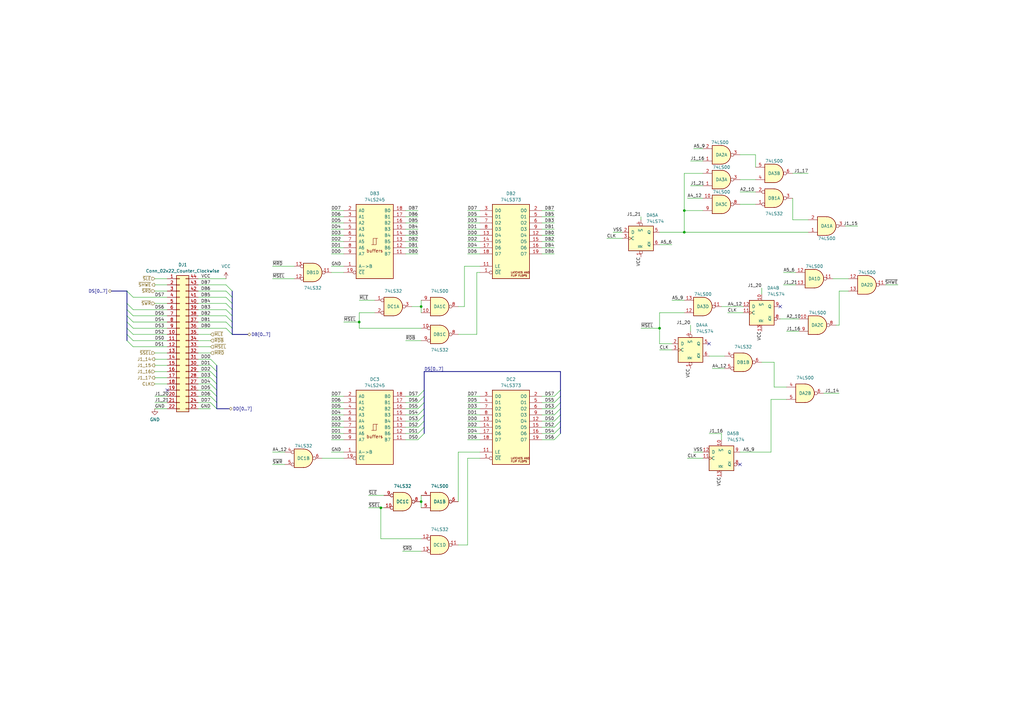
<source format=kicad_sch>
(kicad_sch (version 20231120) (generator "eeschema") (generator_version "8.0")
  (paper "A3")
  (title_block (title "Small daughter board") (date "2024-10-12") (company "JOTEGO") (comment 1 "Jose Tejada"))
  (lib_symbols
    (symbol "Connector_Generic:Conn_02x22_Counter_Clockwise" (pin_names (offset 1.016) hide)
      (property "Reference" "J" (at 1.27 27.94 0))
      (property "Value" "Conn_02x22_Counter_Clockwise" (at 1.27 -30.48 0))
      (symbol "Conn_02x22_Counter_Clockwise_1_1"
        (pin passive line (at -5.08 25.4 0) (length 3.81) (name "Pin_1") (number "1"))
        (pin passive line (at -5.08 2.54 0) (length 3.81) (name "Pin_10") (number "10"))
        (pin passive line (at -5.08 0 0) (length 3.81) (name "Pin_11") (number "11"))
        (pin passive line (at -5.08 -2.54 0) (length 3.81) (name "Pin_12") (number "12"))
        (pin passive line (at -5.08 -5.08 0) (length 3.81) (name "Pin_13") (number "13"))
        (pin passive line (at -5.08 -7.62 0) (length 3.81) (name "Pin_14") (number "14"))
        (pin passive line (at -5.08 -10.16 0) (length 3.81) (name "Pin_15") (number "15"))
        (pin passive line (at -5.08 -12.7 0) (length 3.81) (name "Pin_16") (number "16"))
        (pin passive line (at -5.08 -15.24 0) (length 3.81) (name "Pin_17") (number "17"))
        (pin passive line (at -5.08 -17.78 0) (length 3.81) (name "Pin_18") (number "18"))
        (pin passive line (at -5.08 -20.32 0) (length 3.81) (name "Pin_19") (number "19"))
        (pin passive line (at -5.08 22.86 0) (length 3.81) (name "Pin_2") (number "2"))
        (pin passive line (at -5.08 -22.86 0) (length 3.81) (name "Pin_20") (number "20"))
        (pin passive line (at -5.08 -25.4 0) (length 3.81) (name "Pin_21") (number "21"))
        (pin passive line (at -5.08 -27.94 0) (length 3.81) (name "Pin_22") (number "22"))
        (pin passive line (at 7.62 -27.94 180) (length 3.81) (name "Pin_23") (number "23"))
        (pin passive line (at 7.62 -25.4 180) (length 3.81) (name "Pin_24") (number "24"))
        (pin passive line (at 7.62 -22.86 180) (length 3.81) (name "Pin_25") (number "25"))
        (pin passive line (at 7.62 -20.32 180) (length 3.81) (name "Pin_26") (number "26"))
        (pin passive line (at 7.62 -17.78 180) (length 3.81) (name "Pin_27") (number "27"))
        (pin passive line (at 7.62 -15.24 180) (length 3.81) (name "Pin_28") (number "28"))
        (pin passive line (at 7.62 -12.7 180) (length 3.81) (name "Pin_29") (number "29"))
        (pin passive line (at -5.08 20.32 0) (length 3.81) (name "Pin_3") (number "3"))
        (pin passive line (at 7.62 -10.16 180) (length 3.81) (name "Pin_30") (number "30"))
        (pin passive line (at 7.62 -7.62 180) (length 3.81) (name "Pin_31") (number "31"))
        (pin passive line (at 7.62 -5.08 180) (length 3.81) (name "Pin_32") (number "32"))
        (pin passive line (at 7.62 -2.54 180) (length 3.81) (name "Pin_33") (number "33"))
        (pin passive line (at 7.62 0 180) (length 3.81) (name "Pin_34") (number "34"))
        (pin passive line (at 7.62 2.54 180) (length 3.81) (name "Pin_35") (number "35"))
        (pin passive line (at 7.62 5.08 180) (length 3.81) (name "Pin_36") (number "36"))
        (pin passive line (at 7.62 7.62 180) (length 3.81) (name "Pin_37") (number "37"))
        (pin passive line (at 7.62 10.16 180) (length 3.81) (name "Pin_38") (number "38"))
        (pin passive line (at 7.62 12.7 180) (length 3.81) (name "Pin_39") (number "39"))
        (pin passive line (at -5.08 17.78 0) (length 3.81) (name "Pin_4") (number "4"))
        (pin passive line (at 7.62 15.24 180) (length 3.81) (name "Pin_40") (number "40"))
        (pin passive line (at 7.62 17.78 180) (length 3.81) (name "Pin_41") (number "41"))
        (pin passive line (at 7.62 20.32 180) (length 3.81) (name "Pin_42") (number "42"))
        (pin passive line (at 7.62 22.86 180) (length 3.81) (name "Pin_43") (number "43"))
        (pin passive line (at 7.62 25.4 180) (length 3.81) (name "Pin_44") (number "44"))
        (pin passive line (at -5.08 15.24 0) (length 3.81) (name "Pin_5") (number "5"))
        (pin passive line (at -5.08 12.7 0) (length 3.81) (name "Pin_6") (number "6"))
        (pin passive line (at -5.08 10.16 0) (length 3.81) (name "Pin_7") (number "7"))
        (pin passive line (at -5.08 7.62 0) (length 3.81) (name "Pin_8") (number "8"))
        (pin passive line (at -5.08 5.08 0) (length 3.81) (name "Pin_9") (number "9"))
      )
    )
    (symbol "jt74:74LS00" (pin_names (offset 1.016))
      (property "Reference" "U" (at 0 1.27 0))
      (property "Value" "74LS00" (at 0 -1.27 0))
      (symbol "74LS00_1_1"
        (pin input line (at -7.62 2.54 0) (length 3.81) (name "~") (number "1"))
        (pin input line (at -7.62 -2.54 0) (length 3.81) (name "~") (number "2"))
        (pin output inverted (at 7.62 0 180) (length 3.81) (name "~") (number "3"))
      )
      (symbol "74LS00_1_2"
        (pin input inverted (at -7.62 2.54 0) (length 4.318) (name "~") (number "1"))
        (pin input inverted (at -7.62 -2.54 0) (length 4.318) (name "~") (number "2"))
        (pin output line (at 7.62 0 180) (length 3.81) (name "~") (number "3"))
      )
      (symbol "74LS00_2_1"
        (pin input line (at -7.62 2.54 0) (length 3.81) (name "~") (number "4"))
        (pin input line (at -7.62 -2.54 0) (length 3.81) (name "~") (number "5"))
        (pin output inverted (at 7.62 0 180) (length 3.81) (name "~") (number "6"))
      )
      (symbol "74LS00_2_2"
        (pin input inverted (at -7.62 2.54 0) (length 4.318) (name "~") (number "4"))
        (pin input inverted (at -7.62 -2.54 0) (length 4.318) (name "~") (number "5"))
        (pin output line (at 7.62 0 180) (length 3.81) (name "~") (number "6"))
      )
      (symbol "74LS00_3_1"
        (pin input line (at -7.62 -2.54 0) (length 3.81) (name "~") (number "10"))
        (pin output inverted (at 7.62 0 180) (length 3.81) (name "~") (number "8"))
        (pin input line (at -7.62 2.54 0) (length 3.81) (name "~") (number "9"))
      )
      (symbol "74LS00_3_2"
        (pin input inverted (at -7.62 -2.54 0) (length 4.318) (name "~") (number "10"))
        (pin output line (at 7.62 0 180) (length 3.81) (name "~") (number "8"))
        (pin input inverted (at -7.62 2.54 0) (length 4.318) (name "~") (number "9"))
      )
      (symbol "74LS00_4_1"
        (pin output inverted (at 7.62 0 180) (length 3.81) (name "~") (number "11"))
        (pin input line (at -7.62 2.54 0) (length 3.81) (name "~") (number "12"))
        (pin input line (at -7.62 -2.54 0) (length 3.81) (name "~") (number "13"))
      )
      (symbol "74LS00_4_2"
        (pin output line (at 7.62 0 180) (length 3.81) (name "~") (number "11"))
        (pin input inverted (at -7.62 2.54 0) (length 4.318) (name "~") (number "12"))
        (pin input inverted (at -7.62 -2.54 0) (length 4.318) (name "~") (number "13"))
      )
      (symbol "74LS00_5_0"
        (pin power_in line (at 0 7.62 270) (length 5.08) hide (name "VCC") (number "14"))
        (pin power_in line (at 0 -7.62 90) (length 5.08) hide (name "VSS") (number "7"))
      )
    )
    (symbol "jt74:74LS245" (pin_names (offset 1.016))
      (property "Reference" "U" (at -7.62 16.51 0))
      (property "Value" "74LS245" (at 2.54 -13.97 0))
      (symbol "74LS245_0_0"
        (text "buffers" (at 0 -3.81 0) (effects (font (size 1.27 1.27))))
      )
      (symbol "74LS245_1_0"
        (pin input line (at -12.7 -10.16 0) (length 5.08) (name "A->B") (number "1"))
        (pin tri_state line (at 12.7 -5.08 180) (length 5.08) (name "B7") (number "11"))
        (pin tri_state line (at 12.7 -2.54 180) (length 5.08) (name "B6") (number "12"))
        (pin tri_state line (at 12.7 0 180) (length 5.08) (name "B5") (number "13"))
        (pin tri_state line (at 12.7 2.54 180) (length 5.08) (name "B4") (number "14"))
        (pin tri_state line (at 12.7 5.08 180) (length 5.08) (name "B3") (number "15"))
        (pin tri_state line (at 12.7 7.62 180) (length 5.08) (name "B2") (number "16"))
        (pin tri_state line (at 12.7 10.16 180) (length 5.08) (name "B1") (number "17"))
        (pin tri_state line (at 12.7 12.7 180) (length 5.08) (name "B0") (number "18"))
        (pin input inverted (at -12.7 -12.7 0) (length 5.08) (name "~{CE}") (number "19"))
        (pin tri_state line (at -12.7 12.7 0) (length 5.08) (name "A0") (number "2"))
        (pin tri_state line (at -12.7 10.16 0) (length 5.08) (name "A1") (number "3"))
        (pin tri_state line (at -12.7 7.62 0) (length 5.08) (name "A2") (number "4"))
        (pin tri_state line (at -12.7 5.08 0) (length 5.08) (name "A3") (number "5"))
        (pin tri_state line (at -12.7 2.54 0) (length 5.08) (name "A4") (number "6"))
        (pin tri_state line (at -12.7 0 0) (length 5.08) (name "A5") (number "7"))
        (pin tri_state line (at -12.7 -2.54 0) (length 5.08) (name "A6") (number "8"))
        (pin tri_state line (at -12.7 -5.08 0) (length 5.08) (name "A7") (number "9"))
      )
    )
    (symbol "jt74:74LS32" (pin_names (offset 1.016))
      (property "Reference" "U" (at 0 1.27 0))
      (property "Value" "74LS32" (at 0 -1.27 0))
      (symbol "74LS32_1_1"
        (pin input line (at -7.62 2.54 0) (length 4.318) (name "~") (number "1"))
        (pin input line (at -7.62 -2.54 0) (length 4.318) (name "~") (number "2"))
        (pin output line (at 7.62 0 180) (length 3.81) (name "~") (number "3"))
      )
      (symbol "74LS32_1_2"
        (pin input inverted (at -7.62 2.54 0) (length 3.81) (name "~") (number "1"))
        (pin input inverted (at -7.62 -2.54 0) (length 3.81) (name "~") (number "2"))
        (pin output inverted (at 7.62 0 180) (length 3.81) (name "~") (number "3"))
      )
      (symbol "74LS32_2_1"
        (pin input line (at -7.62 2.54 0) (length 4.318) (name "~") (number "4"))
        (pin input line (at -7.62 -2.54 0) (length 4.318) (name "~") (number "5"))
        (pin output line (at 7.62 0 180) (length 3.81) (name "~") (number "6"))
      )
      (symbol "74LS32_2_2"
        (pin input inverted (at -7.62 2.54 0) (length 3.81) (name "~") (number "4"))
        (pin input inverted (at -7.62 -2.54 0) (length 3.81) (name "~") (number "5"))
        (pin output inverted (at 7.62 0 180) (length 3.81) (name "~") (number "6"))
      )
      (symbol "74LS32_3_1"
        (pin input line (at -7.62 -2.54 0) (length 4.318) (name "~") (number "10"))
        (pin output line (at 7.62 0 180) (length 3.81) (name "~") (number "8"))
        (pin input line (at -7.62 2.54 0) (length 4.318) (name "~") (number "9"))
      )
      (symbol "74LS32_3_2"
        (pin input inverted (at -7.62 -2.54 0) (length 3.81) (name "~") (number "10"))
        (pin output inverted (at 7.62 0 180) (length 3.81) (name "~") (number "8"))
        (pin input inverted (at -7.62 2.54 0) (length 3.81) (name "~") (number "9"))
      )
      (symbol "74LS32_4_1"
        (pin output line (at 7.62 0 180) (length 3.81) (name "~") (number "11"))
        (pin input line (at -7.62 2.54 0) (length 4.318) (name "~") (number "12"))
        (pin input line (at -7.62 -2.54 0) (length 4.318) (name "~") (number "13"))
      )
      (symbol "74LS32_4_2"
        (pin output inverted (at 7.62 0 180) (length 3.81) (name "~") (number "11"))
        (pin input inverted (at -7.62 2.54 0) (length 3.81) (name "~") (number "12"))
        (pin input inverted (at -7.62 -2.54 0) (length 3.81) (name "~") (number "13"))
      )
      (symbol "74LS32_5_0"
        (pin power_in line (at 0 7.62 270) (length 5.08) hide (name "VCC") (number "14"))
        (pin power_in line (at 0 -7.62 90) (length 5.08) hide (name "VSS") (number "7"))
      )
    )
    (symbol "jt74:74LS373" (pin_names (offset 1.016))
      (property "Reference" "U" (at -7.62 16.51 0))
      (property "Value" "74LS373" (at -7.62 -16.51 0))
      (symbol "74LS373_0_0"
        (text "FLIP FLOPS" (at 3.302 -13.97 0) (effects (font (size 0.762 0.762))))
        (text "LATCHES AND" (at 3.81 -12.7 0) (effects (font (size 0.762 0.762))))
      )
      (symbol "74LS373_1_0"
        (pin input inverted (at -12.7 -12.7 0) (length 5.08) (name "~{OE}") (number "1"))
        (pin power_in line (at 0 -15.24 90) (length 5.08) hide (name "VSS") (number "10"))
        (pin input line (at -12.7 -10.16 0) (length 5.08) (name "LE") (number "11"))
        (pin tri_state line (at 12.7 2.54 180) (length 5.08) (name "O4") (number "12"))
        (pin input line (at -12.7 2.54 0) (length 5.08) (name "D4") (number "13"))
        (pin input line (at -12.7 0 0) (length 5.08) (name "D5") (number "14"))
        (pin tri_state line (at 12.7 0 180) (length 5.08) (name "O5") (number "15"))
        (pin tri_state line (at 12.7 -2.54 180) (length 5.08) (name "O6") (number "16"))
        (pin input line (at -12.7 -2.54 0) (length 5.08) (name "D6") (number "17"))
        (pin input line (at -12.7 -5.08 0) (length 5.08) (name "D7") (number "18"))
        (pin tri_state line (at 12.7 -5.08 180) (length 5.08) (name "O7") (number "19"))
        (pin tri_state line (at 12.7 12.7 180) (length 5.08) (name "O0") (number "2"))
        (pin power_in line (at 0 15.24 270) (length 5.08) hide (name "VCC") (number "20"))
        (pin input line (at -12.7 12.7 0) (length 5.08) (name "D0") (number "3"))
        (pin input line (at -12.7 10.16 0) (length 5.08) (name "D1") (number "4"))
        (pin tri_state line (at 12.7 10.16 180) (length 5.08) (name "O1") (number "5"))
        (pin tri_state line (at 12.7 7.62 180) (length 5.08) (name "O2") (number "6"))
        (pin input line (at -12.7 7.62 0) (length 5.08) (name "D2") (number "7"))
        (pin input line (at -12.7 5.08 0) (length 5.08) (name "D3") (number "8"))
        (pin tri_state line (at 12.7 5.08 180) (length 5.08) (name "O3") (number "9"))
      )
    )
    (symbol "jt74:74LS74" (pin_names (offset 1.016))
      (property "Reference" "U" (at 3.81 5.08 0))
      (property "Value" "74LS74" (at 0 0 0))
      (symbol "74LS74_1_0"
        (pin input inverted (at 0 -7.62 90) (length 2.54) (name "~{R}") (number "1"))
        (pin input line (at -7.62 2.54 0) (length 2.54) (name "D") (number "2"))
        (pin input clock (at -7.62 0 0) (length 2.54) (name "C") (number "3"))
        (pin input inverted (at 0 7.62 270) (length 2.54) (name "~{S}") (number "4"))
        (pin output line (at 7.62 2.54 180) (length 2.54) (name "Q") (number "5"))
        (pin output line (at 7.62 -2.54 180) (length 2.54) (name "~{Q}") (number "6"))
      )
      (symbol "74LS74_2_0"
        (pin input clock (at -7.62 0 0) (length 2.54) (name "C") (number "11"))
        (pin input line (at -7.62 2.54 0) (length 2.54) (name "D") (number "12"))
        (pin input line (at 0 -7.62 90) (length 2.54) (name "~{R}") (number "13"))
        (pin output inverted (at 7.62 -2.54 180) (length 2.54) (name "~{Q}") (number "8"))
        (pin output line (at 7.62 2.54 180) (length 2.54) (name "Q") (number "9"))
      )
      (symbol "74LS74_2_1"
        (pin input line (at 0 7.62 270) (length 2.54) (name "~{S}") (number "10"))
      )
      (symbol "74LS74_3_0"
        (pin power_in line (at 0 7.62 270) (length 2.54) hide (name "VCC") (number "14"))
        (pin power_in line (at 0 -7.62 90) (length 2.54) hide (name "VSS") (number "7"))
      )
    )
    (symbol "power:GND" (power) (pin_numbers hide) (pin_names (offset 0) hide)
      (property "Value" "GND" (at 0 -3.81 0))
      (symbol "GND_1_1"
        (pin power_in line (at 0 0 270) (length 0) (name "~") (number "1"))
      )
    )
    (symbol "power:VCC" (power) (pin_numbers hide) (pin_names (offset 0) hide)
      (property "Value" "VCC" (at 0 3.556 0))
      (symbol "VCC_1_1"
        (pin power_in line (at 0 0 90) (length 0) (name "~") (number "1"))
      )
    )
  )
  (junction (at 147.32 132.08))
  (junction (at 156.21 208.28))
  (junction (at 280.67 86.36))
  (junction (at 172.72 125.73))
  (junction (at 270.51 134.62))
  (junction (at 172.72 205.74))
  (junction (at 280.67 95.25))
  (no_connect (at 303.53 190.5))
  (no_connect (at 320.04 125.73))
  (no_connect (at 68.58 160.02))
  (no_connect (at 290.83 140.97))
  (bus_entry (at 92.71 116.84) (size 2.54 2.54))
  (bus_entry (at 171.45 170.18) (size 2.54 -2.54))
  (bus_entry (at 92.71 129.54) (size 2.54 2.54))
  (bus_entry (at 227.33 180.34) (size 2.54 -2.54))
  (bus_entry (at 52.07 134.62) (size 2.54 2.54))
  (bus_entry (at 227.33 162.56) (size 2.54 -2.54))
  (bus_entry (at 171.45 175.26) (size 2.54 -2.54))
  (bus_entry (at 86.36 162.56) (size 2.54 2.54))
  (bus_entry (at 52.07 132.08) (size 2.54 2.54))
  (bus_entry (at 86.36 149.86) (size 2.54 2.54))
  (bus_entry (at 86.36 152.4) (size 2.54 2.54))
  (bus_entry (at 171.45 180.34) (size 2.54 -2.54))
  (bus_entry (at 227.33 175.26) (size 2.54 -2.54))
  (bus_entry (at 86.36 154.94) (size 2.54 2.54))
  (bus_entry (at 92.71 132.08) (size 2.54 2.54))
  (bus_entry (at 92.71 127) (size 2.54 2.54))
  (bus_entry (at 227.33 165.1) (size 2.54 -2.54))
  (bus_entry (at 171.45 177.8) (size 2.54 -2.54))
  (bus_entry (at 52.07 137.16) (size 2.54 2.54))
  (bus_entry (at 52.07 127) (size 2.54 2.54))
  (bus_entry (at 92.71 121.92) (size 2.54 2.54))
  (bus_entry (at 86.36 147.32) (size 2.54 2.54))
  (bus_entry (at 52.07 124.46) (size 2.54 2.54))
  (bus_entry (at 52.07 129.54) (size 2.54 2.54))
  (bus_entry (at 52.07 139.7) (size 2.54 2.54))
  (bus_entry (at 171.45 167.64) (size 2.54 -2.54))
  (bus_entry (at 171.45 172.72) (size 2.54 -2.54))
  (bus_entry (at 52.07 119.38) (size 2.54 2.54))
  (bus_entry (at 227.33 170.18) (size 2.54 -2.54))
  (bus_entry (at 86.36 165.1) (size 2.54 2.54))
  (bus_entry (at 227.33 167.64) (size 2.54 -2.54))
  (bus_entry (at 171.45 162.56) (size 2.54 -2.54))
  (bus_entry (at 171.45 165.1) (size 2.54 -2.54))
  (bus_entry (at 86.36 160.02) (size 2.54 2.54))
  (bus_entry (at 92.71 134.62) (size 2.54 2.54))
  (bus_entry (at 227.33 172.72) (size 2.54 -2.54))
  (bus_entry (at 92.71 119.38) (size 2.54 2.54))
  (bus_entry (at 86.36 157.48) (size 2.54 2.54))
  (bus_entry (at 227.33 177.8) (size 2.54 -2.54))
  (bus_entry (at 92.71 124.46) (size 2.54 2.54))
  (wire (pts (xy 325.12 81.28) (xy 325.12 90.17)))
  (wire (pts (xy 86.36 160.02) (xy 81.28 160.02)))
  (bus (pts (xy 45.72 119.38) (xy 52.07 119.38)))
  (wire (pts (xy 68.58 121.92) (xy 54.61 121.92)))
  (wire (pts (xy 54.61 139.7) (xy 68.58 139.7)))
  (wire (pts (xy 63.5 149.86) (xy 68.58 149.86)))
  (wire (pts (xy 191.77 101.6) (xy 196.85 101.6)))
  (wire (pts (xy 191.77 180.34) (xy 196.85 180.34)))
  (wire (pts (xy 81.28 127) (xy 92.71 127)))
  (wire (pts (xy 270.51 100.33) (xy 275.59 100.33)))
  (wire (pts (xy 222.25 167.64) (xy 227.33 167.64)))
  (wire (pts (xy 280.67 86.36) (xy 280.67 95.25)))
  (wire (pts (xy 191.77 99.06) (xy 196.85 99.06)))
  (bus (pts (xy 229.87 167.64) (xy 229.87 170.18)))
  (wire (pts (xy 222.25 180.34) (xy 227.33 180.34)))
  (wire (pts (xy 270.51 95.25) (xy 280.67 95.25)))
  (wire (pts (xy 227.33 91.44) (xy 222.25 91.44)))
  (wire (pts (xy 191.77 167.64) (xy 196.85 167.64)))
  (wire (pts (xy 191.77 172.72) (xy 196.85 172.72)))
  (wire (pts (xy 171.45 167.64) (xy 166.37 167.64)))
  (wire (pts (xy 166.37 139.7) (xy 172.72 139.7)))
  (wire (pts (xy 187.96 223.52) (xy 191.77 223.52)))
  (wire (pts (xy 270.51 140.97) (xy 275.59 140.97)))
  (wire (pts (xy 63.5 165.1) (xy 68.58 165.1)))
  (wire (pts (xy 135.89 162.56) (xy 140.97 162.56)))
  (bus (pts (xy 229.87 152.4) (xy 229.87 160.02)))
  (wire (pts (xy 63.5 147.32) (xy 68.58 147.32)))
  (wire (pts (xy 81.28 116.84) (xy 92.71 116.84)))
  (wire (pts (xy 68.58 127) (xy 54.61 127)))
  (bus (pts (xy 88.9 149.86) (xy 88.9 152.4)))
  (wire (pts (xy 321.31 111.76) (xy 326.39 111.76)))
  (wire (pts (xy 251.46 95.25) (xy 255.27 95.25)))
  (wire (pts (xy 270.51 134.62) (xy 270.51 140.97)))
  (wire (pts (xy 191.77 170.18) (xy 196.85 170.18)))
  (wire (pts (xy 147.32 123.19) (xy 153.67 123.19)))
  (wire (pts (xy 262.89 88.9) (xy 262.89 90.17)))
  (bus (pts (xy 95.25 134.62) (xy 95.25 137.16)))
  (wire (pts (xy 63.5 167.64) (xy 68.58 167.64)))
  (wire (pts (xy 227.33 170.18) (xy 222.25 170.18)))
  (wire (pts (xy 270.51 128.27) (xy 280.67 128.27)))
  (wire (pts (xy 172.72 205.74) (xy 172.72 208.28)))
  (wire (pts (xy 281.94 81.28) (xy 288.29 81.28)))
  (wire (pts (xy 303.53 185.42) (xy 316.23 185.42)))
  (wire (pts (xy 280.67 71.12) (xy 288.29 71.12)))
  (wire (pts (xy 171.45 96.52) (xy 166.37 96.52)))
  (wire (pts (xy 135.89 172.72) (xy 140.97 172.72)))
  (wire (pts (xy 316.23 163.83) (xy 316.23 185.42)))
  (wire (pts (xy 342.9 133.35) (xy 344.17 133.35)))
  (bus (pts (xy 95.25 127) (xy 95.25 129.54)))
  (wire (pts (xy 171.45 104.14) (xy 166.37 104.14)))
  (wire (pts (xy 171.45 170.18) (xy 166.37 170.18)))
  (bus (pts (xy 95.25 124.46) (xy 95.25 127)))
  (wire (pts (xy 135.89 86.36) (xy 140.97 86.36)))
  (wire (pts (xy 227.33 175.26) (xy 222.25 175.26)))
  (wire (pts (xy 195.58 137.16) (xy 195.58 111.76)))
  (wire (pts (xy 320.04 130.81) (xy 327.66 130.81)))
  (wire (pts (xy 68.58 142.24) (xy 54.61 142.24)))
  (wire (pts (xy 86.36 154.94) (xy 81.28 154.94)))
  (wire (pts (xy 63.5 119.38) (xy 68.58 119.38)))
  (bus (pts (xy 52.07 137.16) (xy 52.07 134.62)))
  (wire (pts (xy 191.77 93.98) (xy 196.85 93.98)))
  (wire (pts (xy 111.76 185.42) (xy 116.84 185.42)))
  (wire (pts (xy 135.89 96.52) (xy 140.97 96.52)))
  (bus (pts (xy 95.25 132.08) (xy 95.25 134.62)))
  (wire (pts (xy 191.77 96.52) (xy 196.85 96.52)))
  (wire (pts (xy 227.33 172.72) (xy 222.25 172.72)))
  (bus (pts (xy 95.25 121.92) (xy 95.25 124.46)))
  (wire (pts (xy 191.77 187.96) (xy 196.85 187.96)))
  (wire (pts (xy 191.77 104.14) (xy 196.85 104.14)))
  (wire (pts (xy 63.5 144.78) (xy 68.58 144.78)))
  (wire (pts (xy 171.45 91.44) (xy 166.37 91.44)))
  (bus (pts (xy 229.87 172.72) (xy 229.87 175.26)))
  (bus (pts (xy 52.07 132.08) (xy 52.07 129.54)))
  (wire (pts (xy 135.89 93.98) (xy 140.97 93.98)))
  (wire (pts (xy 312.42 118.11) (xy 312.42 120.65)))
  (wire (pts (xy 86.36 149.86) (xy 81.28 149.86)))
  (wire (pts (xy 280.67 95.25) (xy 331.47 95.25)))
  (wire (pts (xy 317.5 148.59) (xy 312.42 148.59)))
  (wire (pts (xy 303.53 83.82) (xy 309.88 83.82)))
  (wire (pts (xy 81.28 124.46) (xy 92.71 124.46)))
  (wire (pts (xy 151.13 208.28) (xy 156.21 208.28)))
  (wire (pts (xy 191.77 177.8) (xy 196.85 177.8)))
  (bus (pts (xy 88.9 167.64) (xy 93.98 167.64)))
  (wire (pts (xy 187.96 205.74) (xy 187.96 185.42)))
  (wire (pts (xy 81.28 144.78) (xy 86.36 144.78)))
  (wire (pts (xy 135.89 167.64) (xy 140.97 167.64)))
  (wire (pts (xy 363.22 116.84) (xy 368.3 116.84)))
  (bus (pts (xy 95.25 137.16) (xy 101.6 137.16)))
  (wire (pts (xy 321.31 116.84) (xy 326.39 116.84)))
  (wire (pts (xy 147.32 128.27) (xy 147.32 132.08)))
  (wire (pts (xy 172.72 203.2) (xy 172.72 205.74)))
  (bus (pts (xy 52.07 139.7) (xy 52.07 137.16)))
  (bus (pts (xy 173.99 172.72) (xy 173.99 175.26)))
  (wire (pts (xy 86.36 157.48) (xy 81.28 157.48)))
  (wire (pts (xy 262.89 134.62) (xy 270.51 134.62)))
  (wire (pts (xy 190.5 125.73) (xy 187.96 125.73)))
  (bus (pts (xy 173.99 162.56) (xy 173.99 165.1)))
  (wire (pts (xy 81.28 119.38) (xy 92.71 119.38)))
  (wire (pts (xy 275.59 123.19) (xy 280.67 123.19)))
  (wire (pts (xy 171.45 99.06) (xy 166.37 99.06)))
  (wire (pts (xy 135.89 91.44) (xy 140.97 91.44)))
  (bus (pts (xy 95.25 119.38) (xy 95.25 121.92)))
  (wire (pts (xy 337.82 161.29) (xy 344.17 161.29)))
  (bus (pts (xy 229.87 162.56) (xy 229.87 165.1)))
  (wire (pts (xy 317.5 158.75) (xy 317.5 148.59)))
  (wire (pts (xy 168.91 125.73) (xy 172.72 125.73)))
  (wire (pts (xy 135.89 88.9) (xy 140.97 88.9)))
  (bus (pts (xy 173.99 170.18) (xy 173.99 172.72)))
  (bus (pts (xy 173.99 165.1) (xy 173.99 167.64)))
  (wire (pts (xy 325.12 90.17) (xy 331.47 90.17)))
  (wire (pts (xy 68.58 129.54) (xy 54.61 129.54)))
  (wire (pts (xy 171.45 86.36) (xy 166.37 86.36)))
  (wire (pts (xy 68.58 132.08) (xy 54.61 132.08)))
  (wire (pts (xy 63.5 116.84) (xy 68.58 116.84)))
  (wire (pts (xy 86.36 162.56) (xy 81.28 162.56)))
  (wire (pts (xy 222.25 165.1) (xy 227.33 165.1)))
  (wire (pts (xy 172.72 125.73) (xy 172.72 128.27)))
  (wire (pts (xy 191.77 91.44) (xy 196.85 91.44)))
  (bus (pts (xy 229.87 170.18) (xy 229.87 172.72)))
  (wire (pts (xy 135.89 111.76) (xy 140.97 111.76)))
  (wire (pts (xy 284.48 60.96) (xy 288.29 60.96)))
  (wire (pts (xy 147.32 128.27) (xy 153.67 128.27)))
  (wire (pts (xy 135.89 175.26) (xy 140.97 175.26)))
  (wire (pts (xy 270.51 128.27) (xy 270.51 134.62)))
  (wire (pts (xy 63.5 157.48) (xy 68.58 157.48)))
  (wire (pts (xy 227.33 93.98) (xy 222.25 93.98)))
  (bus (pts (xy 52.07 134.62) (xy 52.07 132.08)))
  (wire (pts (xy 171.45 162.56) (xy 166.37 162.56)))
  (wire (pts (xy 227.33 96.52) (xy 222.25 96.52)))
  (wire (pts (xy 325.12 71.12) (xy 331.47 71.12)))
  (wire (pts (xy 140.97 132.08) (xy 147.32 132.08)))
  (wire (pts (xy 171.45 172.72) (xy 166.37 172.72)))
  (wire (pts (xy 283.21 66.04) (xy 288.29 66.04)))
  (wire (pts (xy 283.21 133.35) (xy 283.21 135.89)))
  (wire (pts (xy 196.85 109.22) (xy 190.5 109.22)))
  (wire (pts (xy 63.5 124.46) (xy 68.58 124.46)))
  (wire (pts (xy 351.79 92.71) (xy 346.71 92.71)))
  (wire (pts (xy 309.88 63.5) (xy 303.53 63.5)))
  (wire (pts (xy 135.89 185.42) (xy 140.97 185.42)))
  (wire (pts (xy 283.21 76.2) (xy 288.29 76.2)))
  (wire (pts (xy 81.28 129.54) (xy 92.71 129.54)))
  (wire (pts (xy 147.32 134.62) (xy 172.72 134.62)))
  (wire (pts (xy 81.28 132.08) (xy 92.71 132.08)))
  (wire (pts (xy 288.29 86.36) (xy 280.67 86.36)))
  (wire (pts (xy 81.28 142.24) (xy 86.36 142.24)))
  (bus (pts (xy 88.9 165.1) (xy 88.9 167.64)))
  (wire (pts (xy 227.33 99.06) (xy 222.25 99.06)))
  (wire (pts (xy 81.28 137.16) (xy 86.36 137.16)))
  (wire (pts (xy 132.08 187.96) (xy 140.97 187.96)))
  (wire (pts (xy 63.5 154.94) (xy 68.58 154.94)))
  (wire (pts (xy 341.63 114.3) (xy 347.98 114.3)))
  (wire (pts (xy 227.33 86.36) (xy 222.25 86.36)))
  (wire (pts (xy 111.76 109.22) (xy 120.65 109.22)))
  (wire (pts (xy 156.21 208.28) (xy 156.21 220.98)))
  (wire (pts (xy 191.77 175.26) (xy 196.85 175.26)))
  (wire (pts (xy 281.94 187.96) (xy 288.29 187.96)))
  (bus (pts (xy 229.87 175.26) (xy 229.87 177.8)))
  (wire (pts (xy 322.58 135.89) (xy 327.66 135.89)))
  (wire (pts (xy 81.28 139.7) (xy 86.36 139.7)))
  (wire (pts (xy 227.33 101.6) (xy 222.25 101.6)))
  (wire (pts (xy 227.33 88.9) (xy 222.25 88.9)))
  (wire (pts (xy 187.96 185.42) (xy 196.85 185.42)))
  (wire (pts (xy 165.1 226.06) (xy 172.72 226.06)))
  (wire (pts (xy 151.13 203.2) (xy 157.48 203.2)))
  (wire (pts (xy 297.18 151.13) (xy 292.1 151.13)))
  (wire (pts (xy 135.89 104.14) (xy 140.97 104.14)))
  (wire (pts (xy 195.58 111.76) (xy 196.85 111.76)))
  (wire (pts (xy 227.33 162.56) (xy 222.25 162.56)))
  (wire (pts (xy 303.53 78.74) (xy 309.88 78.74)))
  (bus (pts (xy 88.9 162.56) (xy 88.9 165.1)))
  (wire (pts (xy 63.5 162.56) (xy 68.58 162.56)))
  (wire (pts (xy 86.36 152.4) (xy 81.28 152.4)))
  (wire (pts (xy 81.28 134.62) (xy 92.71 134.62)))
  (bus (pts (xy 173.99 160.02) (xy 173.99 162.56)))
  (wire (pts (xy 344.17 133.35) (xy 344.17 119.38)))
  (bus (pts (xy 173.99 175.26) (xy 173.99 177.8)))
  (wire (pts (xy 248.92 97.79) (xy 255.27 97.79)))
  (wire (pts (xy 295.91 125.73) (xy 304.8 125.73)))
  (bus (pts (xy 52.07 124.46) (xy 52.07 119.38)))
  (wire (pts (xy 172.72 123.19) (xy 172.72 125.73)))
  (wire (pts (xy 135.89 109.22) (xy 140.97 109.22)))
  (wire (pts (xy 156.21 220.98) (xy 172.72 220.98)))
  (wire (pts (xy 191.77 165.1) (xy 196.85 165.1)))
  (wire (pts (xy 191.77 162.56) (xy 196.85 162.56)))
  (wire (pts (xy 54.61 134.62) (xy 68.58 134.62)))
  (bus (pts (xy 173.99 152.4) (xy 229.87 152.4)))
  (wire (pts (xy 191.77 187.96) (xy 191.77 223.52)))
  (wire (pts (xy 171.45 88.9) (xy 166.37 88.9)))
  (bus (pts (xy 88.9 160.02) (xy 88.9 162.56)))
  (wire (pts (xy 135.89 99.06) (xy 140.97 99.06)))
  (wire (pts (xy 68.58 137.16) (xy 54.61 137.16)))
  (wire (pts (xy 284.48 185.42) (xy 288.29 185.42)))
  (wire (pts (xy 290.83 177.8) (xy 295.91 177.8)))
  (wire (pts (xy 309.88 68.58) (xy 309.88 63.5)))
  (bus (pts (xy 52.07 127) (xy 52.07 124.46)))
  (wire (pts (xy 298.45 128.27) (xy 304.8 128.27)))
  (wire (pts (xy 81.28 121.92) (xy 92.71 121.92)))
  (wire (pts (xy 171.45 165.1) (xy 166.37 165.1)))
  (wire (pts (xy 171.45 180.34) (xy 166.37 180.34)))
  (wire (pts (xy 147.32 132.08) (xy 147.32 134.62)))
  (wire (pts (xy 171.45 175.26) (xy 166.37 175.26)))
  (bus (pts (xy 173.99 160.02) (xy 173.99 152.4)))
  (wire (pts (xy 344.17 119.38) (xy 347.98 119.38)))
  (wire (pts (xy 280.67 71.12) (xy 280.67 86.36)))
  (wire (pts (xy 191.77 88.9) (xy 196.85 88.9)))
  (bus (pts (xy 229.87 165.1) (xy 229.87 167.64)))
  (wire (pts (xy 191.77 86.36) (xy 196.85 86.36)))
  (wire (pts (xy 111.76 190.5) (xy 116.84 190.5)))
  (wire (pts (xy 135.89 180.34) (xy 140.97 180.34)))
  (wire (pts (xy 171.45 93.98) (xy 166.37 93.98)))
  (bus (pts (xy 88.9 154.94) (xy 88.9 157.48)))
  (wire (pts (xy 187.96 137.16) (xy 195.58 137.16)))
  (wire (pts (xy 135.89 170.18) (xy 140.97 170.18)))
  (bus (pts (xy 52.07 129.54) (xy 52.07 127)))
  (wire (pts (xy 135.89 177.8) (xy 140.97 177.8)))
  (bus (pts (xy 88.9 152.4) (xy 88.9 154.94)))
  (bus (pts (xy 229.87 160.02) (xy 229.87 162.56)))
  (wire (pts (xy 86.36 167.64) (xy 81.28 167.64)))
  (bus (pts (xy 173.99 167.64) (xy 173.99 170.18)))
  (wire (pts (xy 156.21 208.28) (xy 157.48 208.28)))
  (wire (pts (xy 86.36 165.1) (xy 81.28 165.1)))
  (wire (pts (xy 86.36 147.32) (xy 81.28 147.32)))
  (bus (pts (xy 88.9 157.48) (xy 88.9 160.02)))
  (wire (pts (xy 270.51 143.51) (xy 275.59 143.51)))
  (wire (pts (xy 81.28 114.3) (xy 92.71 114.3)))
  (wire (pts (xy 135.89 165.1) (xy 140.97 165.1)))
  (wire (pts (xy 295.91 180.34) (xy 295.91 177.8)))
  (wire (pts (xy 303.53 73.66) (xy 309.88 73.66)))
  (wire (pts (xy 135.89 101.6) (xy 140.97 101.6)))
  (wire (pts (xy 316.23 163.83) (xy 322.58 163.83)))
  (wire (pts (xy 190.5 109.22) (xy 190.5 125.73)))
  (wire (pts (xy 317.5 158.75) (xy 322.58 158.75)))
  (wire (pts (xy 227.33 104.14) (xy 222.25 104.14)))
  (wire (pts (xy 171.45 101.6) (xy 166.37 101.6)))
  (wire (pts (xy 227.33 177.8) (xy 222.25 177.8)))
  (wire (pts (xy 63.5 114.3) (xy 68.58 114.3)))
  (bus (pts (xy 95.25 129.54) (xy 95.25 132.08)))
  (wire (pts (xy 63.5 152.4) (xy 68.58 152.4)))
  (wire (pts (xy 290.83 146.05) (xy 297.18 146.05)))
  (wire (pts (xy 111.76 114.3) (xy 120.65 114.3)))
  (wire (pts (xy 171.45 177.8) (xy 166.37 177.8)))
  (label "J1_21" (at 63.5 165.1 0))
  (label "DD3" (at 135.89 96.52 0))
  (label "DB3" (at 86.36 127 180))
  (label "DD2" (at 191.77 175.26 0))
  (label "CLK" (at 281.94 187.96 0))
  (label "DS7" (at 63.5 121.92 0))
  (label "DB5" (at 86.36 121.92 180))
  (label "A5_6" (at 275.59 100.33 180))
  (label "DS6" (at 63.5 127 0))
  (label "A5_9" (at 304.8 185.42 0))
  (label "DB0" (at 171.45 104.14 180))
  (label "~{RDB}" (at 166.37 139.7 0))
  (label "VSS" (at 251.46 95.25 0))
  (label "DB4" (at 86.36 124.46 180))
  (label "~{MRD}" (at 111.76 109.22 0))
  (label "DD1" (at 135.89 177.8 0))
  (label "DD6" (at 86.36 162.56 180))
  (label "~{MSEL}" (at 262.89 134.62 0))
  (label "DD6" (at 191.77 180.34 0))
  (label "DS0" (at 227.33 172.72 180))
  (label "DD7" (at 135.89 86.36 0))
  (label "DB6" (at 227.33 104.14 180))
  (label "GND" (at 135.89 185.42 0))
  (label "DB6" (at 86.36 119.38 180))
  (label "DB6" (at 171.45 88.9 180))
  (label "DD3" (at 191.77 167.64 0))
  (label "DS4" (at 63.5 132.08 0))
  (label "DD7" (at 191.77 162.56 0))
  (label "DD1" (at 191.77 93.98 0))
  (label "DD7" (at 191.77 86.36 0))
  (label "DS5" (at 171.45 167.64 180))
  (label "DD4" (at 135.89 170.18 0))
  (label "DD6" (at 191.77 104.14 0))
  (label "~{SHWE}" (at 368.3 116.84 180))
  (label "DS2" (at 63.5 137.16 0))
  (label "~{SSEL}" (at 151.13 208.28 0))
  (label "DD4" (at 86.36 157.48 180))
  (label "J1_20" (at 312.42 118.11 180))
  (label "J1_17" (at 331.47 71.12 180))
  (label "DS2" (at 171.45 175.26 180))
  (label "~{SLE}" (at 151.13 203.2 0))
  (label "A5_9" (at 275.59 123.19 0))
  (label "DS3" (at 63.5 134.62 0))
  (label "DS[0..7]" (at 173.99 152.4 0))
  (label "DB1" (at 227.33 93.98 180))
  (label "J1_20" (at 283.21 133.35 180))
  (label "J1_20" (at 63.5 162.56 0))
  (label "DS7" (at 171.45 162.56 180))
  (label "DD2" (at 135.89 99.06 0))
  (label "J1_16" (at 290.83 177.8 0))
  (label "~{MSEL}" (at 140.97 132.08 0))
  (label "J1_14" (at 344.17 161.29 180))
  (label "DB0" (at 227.33 96.52 180))
  (label "VCC" (at 86.36 114.3 180))
  (label "DS6" (at 227.33 180.34 180))
  (label "DD1" (at 135.89 101.6 0))
  (label "A5_6" (at 321.31 111.76 0))
  (label "DS5" (at 227.33 165.1 180))
  (label "DB7" (at 227.33 86.36 180))
  (label "CLK" (at 248.92 97.79 0))
  (label "DD3" (at 191.77 91.44 0))
  (label "A4_12" (at 292.1 151.13 0))
  (label "DD3" (at 135.89 172.72 0))
  (label "DD5" (at 135.89 167.64 0))
  (label "DD0" (at 191.77 172.72 0))
  (label "DD0" (at 135.89 104.14 0))
  (label "DS0" (at 171.45 180.34 180))
  (label "DD6" (at 135.89 88.9 0))
  (label "DB4" (at 227.33 101.6 180))
  (label "VCC" (at 312.42 135.89 270))
  (label "GND" (at 86.36 167.64 180))
  (label "DD4" (at 191.77 101.6 0))
  (label "CLK" (at 270.51 143.51 0))
  (label "DB2" (at 86.36 129.54 180))
  (label "DB4" (at 171.45 93.98 180))
  (label "DD5" (at 86.36 160.02 180))
  (label "VSS" (at 284.48 185.42 0))
  (label "GND" (at 63.5 167.64 0))
  (label "DD1" (at 86.36 149.86 180))
  (label "DS1" (at 171.45 177.8 180))
  (label "J1_16" (at 322.58 135.89 0))
  (label "DB3" (at 171.45 96.52 180))
  (label "DB2" (at 171.45 99.06 180))
  (label "~{SWR}" (at 111.76 190.5 0))
  (label "DB1" (at 86.36 132.08 180))
  (label "J1_21" (at 262.89 88.9 180))
  (label "A4_12" (at 298.45 125.73 0))
  (label "~{SRD}" (at 165.1 226.06 0))
  (label "DD4" (at 191.77 177.8 0))
  (label "DB3" (at 227.33 91.44 180))
  (label "DS2" (at 227.33 175.26 180))
  (label "DD2" (at 135.89 175.26 0))
  (label "DS3" (at 227.33 167.64 180))
  (label "~{MLE}" (at 147.32 123.19 0))
  (label "DD0" (at 86.36 147.32 180))
  (label "DS0" (at 63.5 139.7 0))
  (label "DD1" (at 191.77 170.18 0))
  (label "DB2" (at 227.33 99.06 180))
  (label "DB5" (at 171.45 91.44 180))
  (label "A2_10" (at 303.53 78.74 0))
  (label "DD5" (at 135.89 91.44 0))
  (label "A5_9" (at 284.48 60.96 0))
  (label "DB5" (at 227.33 88.9 180))
  (label "DD5" (at 191.77 165.1 0))
  (label "A4_12" (at 281.94 81.28 0))
  (label "J1_16" (at 283.21 66.04 0))
  (label "J1_21" (at 283.21 76.2 0))
  (label "DD0" (at 135.89 180.34 0))
  (label "DS6" (at 171.45 165.1 180))
  (label "DD6" (at 135.89 165.1 0))
  (label "DS1" (at 227.33 170.18 180))
  (label "A4_12" (at 111.76 185.42 0))
  (label "DS4" (at 227.33 177.8 180))
  (label "J1_15" (at 351.79 92.71 180))
  (label "DS5" (at 63.5 129.54 0))
  (label "DD7" (at 135.89 162.56 0))
  (label "DB7" (at 86.36 116.84 180))
  (label "CLK" (at 298.45 128.27 0))
  (label "A2_10" (at 322.58 130.81 0))
  (label "DB1" (at 171.45 101.6 180))
  (label "DD2" (at 191.77 99.06 0))
  (label "DS7" (at 227.33 162.56 180))
  (label "DD3" (at 86.36 154.94 180))
  (label "DD2" (at 86.36 152.4 180))
  (label "DS1" (at 63.5 142.24 0))
  (label "DD0" (at 191.77 96.52 0))
  (label "VCC" (at 283.21 151.13 270))
  (label "DS4" (at 171.45 170.18 180))
  (label "DB0" (at 86.36 134.62 180))
  (label "DD4" (at 135.89 93.98 0))
  (label "VCC" (at 295.91 195.58 270))
  (label "GND" (at 135.89 109.22 0))
  (label "~{MSEL}" (at 111.76 114.3 0))
  (label "J1_21" (at 321.31 116.84 0))
  (label "DB7" (at 171.45 86.36 180))
  (label "DD7" (at 86.36 165.1 180))
  (label "VCC" (at 262.89 105.41 270))
  (label "DS3" (at 171.45 172.72 180))
  (label "DD5" (at 191.77 88.9 0))
  (hierarchical_label "DB[0..7]" (shape bidirectional) (at 101.6 137.16 0))
  (hierarchical_label "~{SLE}" (shape input) (at 63.5 114.3 180))
  (hierarchical_label "J1_14" (shape output) (at 63.5 147.32 180))
  (hierarchical_label "CLK" (shape input) (at 63.5 157.48 180))
  (hierarchical_label "~{RDB}" (shape input) (at 86.36 139.7 0))
  (hierarchical_label "DD[0..7]" (shape bidirectional) (at 93.98 167.64 0))
  (hierarchical_label "~{MRD}" (shape input) (at 86.36 144.78 0))
  (hierarchical_label "~{MLE}" (shape input) (at 86.36 137.16 0))
  (hierarchical_label "~{MSEL}" (shape input) (at 86.36 142.24 0))
  (hierarchical_label "J1_16" (shape input) (at 63.5 152.4 180))
  (hierarchical_label "~{SHWE}" (shape output) (at 63.5 116.84 180))
  (hierarchical_label "J1_17" (shape output) (at 63.5 154.94 180))
  (hierarchical_label "~{SSEL}" (shape input) (at 63.5 144.78 180))
  (hierarchical_label "J1_15" (shape output) (at 63.5 149.86 180))
  (hierarchical_label "~{SWR}" (shape input) (at 63.5 124.46 180))
  (hierarchical_label "~{SRD}" (shape input) (at 63.5 119.38 180))
  (hierarchical_label "DS[0..7]" (shape bidirectional) (at 45.72 119.38 180))
  (symbol (lib_id "jt74:74LS373") (at 209.55 175.26 0) (unit 1)
    (property "Reference" "DC2" (at 209.55 155.575 0))
    (property "Value" "74LS373" (at 209.55 158.115 0))
    (property "Datasheet" "http://www.ti.com/lit/gpn/sn74LS373" (effects (hide yes)))
    (property "Description" "8-bit Latch, 3-state outputs" (effects (hide yes)))
  )
  (symbol (lib_id "jt74:74LS00") (at 317.5 71.12 0) (mirror x) (unit 2)
    (property "Reference" "DA3" (at 317.5 71.12 0))
    (property "Value" "74LS00" (at 317.5 66.04 0))
    (property "Datasheet" "http://www.ti.com/lit/gpn/sn74ls00" (effects (hide yes)))
    (property "Description" "quad 2-input NAND gate" (effects (hide yes)))
  )
  (symbol (lib_id "jt74:74LS00") (at 180.34 205.74 0) (unit 2)
    (property "Reference" "DA1" (at 180.34 205.74 0))
    (property "Value" "74LS00" (at 180.3317 199.39 0))
    (property "Datasheet" "http://www.ti.com/lit/gpn/sn74ls00" (effects (hide yes)))
    (property "Description" "quad 2-input NAND gate" (effects (hide yes)))
  )
  (symbol (lib_id "jt74:74LS32") (at 165.1 205.74 0) (unit 3) (convert 2)
    (property "Reference" "DC1" (at 165.1 205.74 0))
    (property "Value" "74LS32" (at 165.0917 199.39 0))
    (property "Datasheet" "http://www.ti.com/lit/gpn/sn74LS32" (effects (hide yes)))
    (property "Description" "Quad 2-input OR" (effects (hide yes)))
  )
  (symbol (lib_id "jt74:74LS245") (at 153.67 175.26 0) (unit 1)
    (property "Reference" "DC3" (at 153.67 155.575 0))
    (property "Value" "74LS245" (at 153.67 158.115 0))
    (property "Datasheet" "http://www.ti.com/lit/gpn/sn74LS245" (effects (hide yes)))
    (property "Description" "Octal BUS Transceivers, 3-State outputs" (effects (hide yes)))
  )
  (symbol (lib_id "jt74:74LS32") (at 124.46 187.96 0) (unit 2) (convert 2)
    (property "Reference" "DC1" (at 124.46 187.96 0))
    (property "Value" "74LS32" (at 124.46 182.88 0))
    (property "Datasheet" "http://www.ti.com/lit/gpn/sn74LS32" (effects (hide yes)))
    (property "Description" "Quad 2-input OR" (effects (hide yes)))
  )
  (symbol (lib_id "jt74:74LS74") (at 283.21 143.51 0) (unit 1)
    (property "Reference" "DA4" (at 285.4041 133.35 0) (effects (justify left)))
    (property "Value" "74LS74" (at 285.4041 135.89 0) (effects (justify left)))
    (property "Datasheet" "74xx/74hc_hct74.pdf" (effects (hide yes)))
    (property "Description" "Dual D Flip-flop, Set & Reset" (effects (hide yes)))
  )
  (symbol (lib_id "power:GND") (at 63.5 167.64 0) (unit 1)
    (property "Reference" "#PWR03" (effects (hide yes)))
    (property "Value" "GND" (at 63.5 172.085 0))
    (property "Description" "Power symbol creates a global label with name \"GND\" , ground" (effects (hide yes)))
  )
  (symbol (lib_id "jt74:74LS74") (at 295.91 187.96 0) (unit 2)
    (property "Reference" "DA5" (at 298.1041 177.8 0) (effects (justify left)))
    (property "Value" "74LS74" (at 298.1041 180.34 0) (effects (justify left)))
    (property "Datasheet" "74xx/74hc_hct74.pdf" (effects (hide yes)))
    (property "Description" "Dual D Flip-flop, Set & Reset" (effects (hide yes)))
  )
  (symbol (lib_id "jt74:74LS74") (at 262.89 97.79 0) (unit 1)
    (property "Reference" "DA5" (at 265.0841 88.265 0) (effects (justify left)))
    (property "Value" "74LS74" (at 265.0841 90.805 0) (effects (justify left)))
    (property "Datasheet" "74xx/74hc_hct74.pdf" (effects (hide yes)))
    (property "Description" "Dual D Flip-flop, Set & Reset" (effects (hide yes)))
  )
  (symbol (lib_id "Connector_Generic:Conn_02x22_Counter_Clockwise") (at 73.66 139.7 0) (unit 1)
    (property "Reference" "DJ1" (at 74.93 108.585 0))
    (property "Value" "Conn_02x22_Counter_Clockwise" (at 74.93 111.125 0))
    (property "Description" "Generic connector, double row, 02x22, counter clockwise pin numbering scheme (similar to DIP package numbering), script generated (kicad-library-utils/schlib/autogen/connector/)" (effects (hide yes)))
  )
  (symbol (lib_id "jt74:74LS00") (at 180.34 125.73 0) (unit 3)
    (property "Reference" "DA1" (at 180.34 125.73 0))
    (property "Value" "74LS00" (at 180.3317 119.38 0))
    (property "Datasheet" "http://www.ti.com/lit/gpn/sn74ls00" (effects (hide yes)))
    (property "Description" "quad 2-input NAND gate" (effects (hide yes)))
  )
  (symbol (lib_id "jt74:74LS32") (at 304.8 148.59 0) (unit 2) (convert 2)
    (property "Reference" "DB1" (at 304.8 148.59 0))
    (property "Value" "74LS32" (at 304.7917 142.24 0))
    (property "Datasheet" "http://www.ti.com/lit/gpn/sn74LS32" (effects (hide yes)))
    (property "Description" "Quad 2-input OR" (effects (hide yes)))
  )
  (symbol (lib_id "jt74:74LS32") (at 180.34 223.52 0) (unit 4) (convert 2)
    (property "Reference" "DC1" (at 180.34 223.52 0))
    (property "Value" "74LS32" (at 180.3317 217.17 0))
    (property "Datasheet" "http://www.ti.com/lit/gpn/sn74LS32" (effects (hide yes)))
    (property "Description" "Quad 2-input OR" (effects (hide yes)))
  )
  (symbol (lib_id "jt74:74LS00") (at 355.6 116.84 0) (unit 4)
    (property "Reference" "DA2" (at 355.6 116.84 0))
    (property "Value" "74LS00" (at 355.6 111.76 0))
    (property "Datasheet" "http://www.ti.com/lit/gpn/sn74ls00" (effects (hide yes)))
    (property "Description" "quad 2-input NAND gate" (effects (hide yes)))
  )
  (symbol (lib_id "jt74:74LS00") (at 295.91 83.82 0) (mirror x) (unit 3)
    (property "Reference" "DA3" (at 295.91 83.82 0))
    (property "Value" "74LS00" (at 295.91 78.74 0))
    (property "Datasheet" "http://www.ti.com/lit/gpn/sn74ls00" (effects (hide yes)))
    (property "Description" "quad 2-input NAND gate" (effects (hide yes)))
  )
  (symbol (lib_id "jt74:74LS32") (at 161.29 125.73 0) (unit 1) (convert 2)
    (property "Reference" "DC1" (at 161.29 125.73 0))
    (property "Value" "74LS32" (at 161.2817 119.38 0))
    (property "Datasheet" "http://www.ti.com/lit/gpn/sn74LS32" (effects (hide yes)))
    (property "Description" "Quad 2-input OR" (effects (hide yes)))
  )
  (symbol (lib_id "jt74:74LS00") (at 295.91 63.5 0) (mirror x) (unit 1)
    (property "Reference" "DA2" (at 295.91 63.5 0))
    (property "Value" "74LS00" (at 295.275 58.42 0))
    (property "Datasheet" "http://www.ti.com/lit/gpn/sn74ls00" (effects (hide yes)))
    (property "Description" "quad 2-input NAND gate" (effects (hide yes)))
  )
  (symbol (lib_id "jt74:74LS00") (at 295.91 73.66 0) (mirror x) (unit 1)
    (property "Reference" "DA3" (at 295.91 73.66 0))
    (property "Value" "74LS00" (at 295.91 68.58 0))
    (property "Datasheet" "http://www.ti.com/lit/gpn/sn74ls00" (effects (hide yes)))
    (property "Description" "quad 2-input NAND gate" (effects (hide yes)))
  )
  (symbol (lib_id "jt74:74LS74") (at 312.42 128.27 0) (unit 2)
    (property "Reference" "DA4" (at 314.6141 118.11 0) (effects (justify left)))
    (property "Value" "74LS74" (at 314.6141 120.65 0) (effects (justify left)))
    (property "Datasheet" "74xx/74hc_hct74.pdf" (effects (hide yes)))
    (property "Description" "Dual D Flip-flop, Set & Reset" (effects (hide yes)))
  )
  (symbol (lib_id "power:VCC") (at 92.71 114.3 0) (unit 1)
    (property "Reference" "#PWR04" (effects (hide yes)))
    (property "Value" "VCC" (at 92.71 109.22 0))
    (property "Description" "Power symbol creates a global label with name \"VCC\"" (effects (hide yes)))
  )
  (symbol (lib_id "jt74:74LS32") (at 128.27 111.76 0) (mirror x) (unit 4) (convert 2)
    (property "Reference" "DB1" (at 128.27 111.76 0))
    (property "Value" "74LS32" (at 128.2617 118.11 0))
    (property "Datasheet" "http://www.ti.com/lit/gpn/sn74LS32" (effects (hide yes)))
    (property "Description" "Quad 2-input OR" (effects (hide yes)))
  )
  (symbol (lib_id "jt74:74LS00") (at 339.09 92.71 0) (mirror x) (unit 1)
    (property "Reference" "DA1" (at 339.09 92.71 0))
    (property "Value" "74LS00" (at 339.09 97.79 0))
    (property "Datasheet" "http://www.ti.com/lit/gpn/sn74ls00" (effects (hide yes)))
    (property "Description" "quad 2-input NAND gate" (effects (hide yes)))
  )
  (symbol (lib_id "jt74:74LS245") (at 153.67 99.06 0) (unit 1)
    (property "Reference" "DB3" (at 153.67 79.375 0))
    (property "Value" "74LS245" (at 153.67 81.915 0))
    (property "Datasheet" "http://www.ti.com/lit/gpn/sn74LS245" (effects (hide yes)))
    (property "Description" "Octal BUS Transceivers, 3-State outputs" (effects (hide yes)))
  )
  (symbol (lib_id "jt74:74LS32") (at 317.5 81.28 0) (mirror x) (unit 1) (convert 2)
    (property "Reference" "DB1" (at 317.5 81.28 0))
    (property "Value" "74LS32" (at 317.4917 87.63 0))
    (property "Datasheet" "http://www.ti.com/lit/gpn/sn74LS32" (effects (hide yes)))
    (property "Description" "Quad 2-input OR" (effects (hide yes)))
  )
  (symbol (lib_id "jt74:74LS00") (at 334.01 114.3 0) (unit 4)
    (property "Reference" "DA1" (at 334.01 114.3 0))
    (property "Value" "74LS00" (at 334.01 109.22 0))
    (property "Datasheet" "http://www.ti.com/lit/gpn/sn74ls00" (effects (hide yes)))
    (property "Description" "quad 2-input NAND gate" (effects (hide yes)))
  )
  (symbol (lib_id "jt74:74LS00") (at 335.28 133.35 0) (mirror x) (unit 3)
    (property "Reference" "DA2" (at 335.28 133.35 0))
    (property "Value" "74LS00" (at 335.28 128.27 0))
    (property "Datasheet" "http://www.ti.com/lit/gpn/sn74ls00" (effects (hide yes)))
    (property "Description" "quad 2-input NAND gate" (effects (hide yes)))
  )
  (symbol (lib_id "jt74:74LS00") (at 330.2 161.29 0) (unit 2)
    (property "Reference" "DA2" (at 330.2 161.29 0))
    (property "Value" "74LS00" (at 330.1917 154.94 0))
    (property "Datasheet" "http://www.ti.com/lit/gpn/sn74ls00" (effects (hide yes)))
    (property "Description" "quad 2-input NAND gate" (effects (hide yes)))
  )
  (symbol (lib_id "jt74:74LS00") (at 288.29 125.73 0) (mirror x) (unit 4)
    (property "Reference" "DA3" (at 288.29 125.73 0))
    (property "Value" "74LS00" (at 288.29 120.65 0))
    (property "Datasheet" "http://www.ti.com/lit/gpn/sn74ls00" (effects (hide yes)))
    (property "Description" "quad 2-input NAND gate" (effects (hide yes)))
  )
  (symbol (lib_id "jt74:74LS373") (at 209.55 99.06 0) (unit 1)
    (property "Reference" "DB2" (at 209.55 79.375 0))
    (property "Value" "74LS373" (at 209.55 81.915 0))
    (property "Datasheet" "http://www.ti.com/lit/gpn/sn74LS373" (effects (hide yes)))
    (property "Description" "8-bit Latch, 3-state outputs" (effects (hide yes)))
  )
  (symbol (lib_id "jt74:74LS32") (at 180.34 137.16 0) (mirror x) (unit 3) (convert 2)
    (property "Reference" "DB1" (at 180.34 137.16 0))
    (property "Value" "74LS32" (at 180.3317 143.51 0))
    (property "Datasheet" "http://www.ti.com/lit/gpn/sn74LS32" (effects (hide yes)))
    (property "Description" "Quad 2-input OR" (effects (hide yes)))
  )
)
</source>
